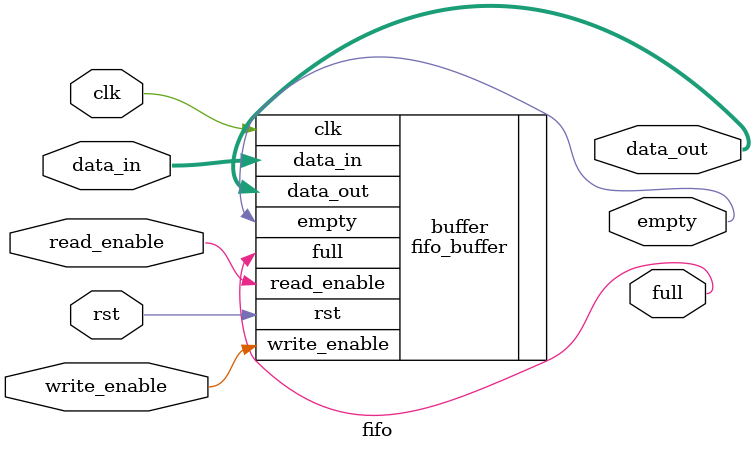
<source format=v>
module fifo
#(
    parameter DATA_WIDTH = 8,
    parameter SIZE = 32
)
(
    input  wire                    clk,
    input  wire                    rst,
    input  wire                    write_enable,
    input  wire                    read_enable,
    input  wire [DATA_WIDTH - 1:0] data_in,
    output wire [DATA_WIDTH - 1:0] data_out,
    output wire                    full,
    output wire                    empty
);


fifo_buffer #(DATA_WIDTH, SIZE) buffer(
    .clk          (clk),
    .rst          (rst),
    .write_enable (write_enable),
    .read_enable  (read_enable),
    .data_in      (data_in),
    .data_out     (data_out),
    .full         (full),
    .empty        (empty)
);


endmodule

</source>
